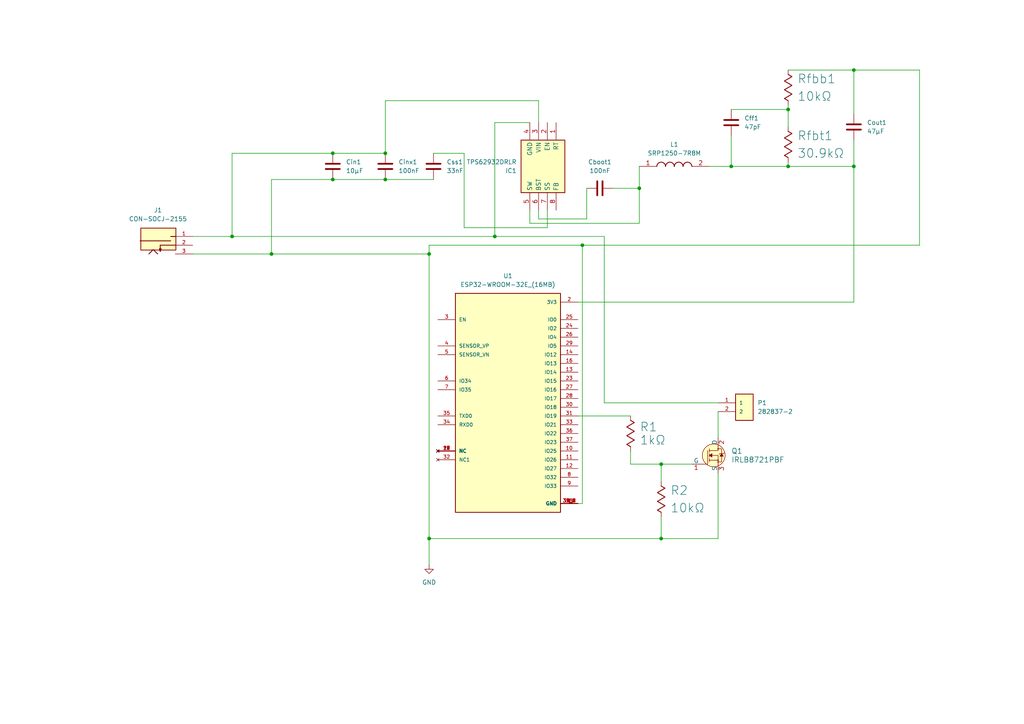
<source format=kicad_sch>
(kicad_sch (version 20230121) (generator eeschema)
  (paper "A4")
  (lib_symbols
    (symbol "282837-2:282837-2" (pin_names (offset 1.016))
      (property "Reference" "P" (at -2.5406 2.5438 0))
      (property "Value" "282837-2" (at -2.5424 -6.3745 0))
      (symbol "282837-2_0_0"
        (rectangle (start -2.54 -5.08) (end 2.54 2.54) (stroke (width 0.254)) (fill (type background)))
        (pin passive line (at -7.62 0 0) (length 5.08) (name "1") (number "1"))
        (pin passive line (at -7.62 -2.54 0) (length 5.08) (name "2") (number "2"))
      )
    )
    (symbol "CON-SOCJ-2155:CON-SOCJ-2155" (pin_names (offset 1.016))
      (property "Reference" "J" (at -5.08 5.08 0))
      (property "Value" "CON-SOCJ-2155" (at -5.08 -4.318 0))
      (symbol "CON-SOCJ-2155_0_0"
        (rectangle (start -4.8683 -1.397) (end 5.2917 4.953) (stroke (width 0.254)) (fill (type background)))
        (polyline (pts (xy -2.54 -2.54) (xy -1.27 -1.27)) (stroke (width 0.254)))
        (polyline (pts (xy -1.27 -1.27) (xy 0 -2.54)) (stroke (width 0.254)))
        (polyline (pts (xy 0.762 0) (xy 0.762 -1.778)) (stroke (width 0.254)))
        (polyline (pts (xy 0.762 0) (xy 5.08 0)) (stroke (width 0.254)))
        (polyline (pts (xy 3.81 1.27) (xy -5.08 1.27)) (stroke (width 0.254)))
        (polyline (pts (xy 3.81 2.54) (xy 5.08 2.54)) (stroke (width 0.254)))
        (polyline (pts (xy 0.762 -1.778) (xy 0.508 -1.016) (xy 1.016 -1.016) (xy 0.762 -1.778)) (stroke (width 0.254)) (fill (type outline)))
        (pin passive line (at 10.16 2.54 180) (length 5.08) (name "~") (number "1"))
        (pin passive line (at 10.16 0 180) (length 5.08) (name "~") (number "2"))
        (pin passive line (at 10.16 -2.54 180) (length 5.08) (name "~") (number "3"))
      )
    )
    (symbol "Device:C" (pin_numbers hide) (pin_names (offset 0.254))
      (property "Reference" "C" (at 0.635 2.54 0))
      (property "Value" "C" (at 0.635 -2.54 0))
      (symbol "C_0_1"
        (polyline (pts (xy -2.032 -0.762) (xy 2.032 -0.762)) (stroke (width 0.508)))
        (polyline (pts (xy -2.032 0.762) (xy 2.032 0.762)) (stroke (width 0.508)))
      )
      (symbol "C_1_1"
        (pin passive line (at 0 3.81 270) (length 2.794) (name "~") (number "1"))
        (pin passive line (at 0 -3.81 90) (length 2.794) (name "~") (number "2"))
      )
    )
    (symbol "ESP32-WROOM-32E__16MB_:ESP32-WROOM-32E_(16MB)" (pin_names (offset 1.016))
      (property "Reference" "U" (at -15.24 33.909 0))
      (property "Value" "ESP32-WROOM-32E_(16MB)" (at -15.24 -33.02 0))
      (symbol "ESP32-WROOM-32E_(16MB)_0_0"
        (rectangle (start -15.24 -30.48) (end 15.24 33.02) (stroke (width 0.254)) (fill (type background)))
        (pin power_in line (at 20.32 -27.94 180) (length 5.08) (name "GND") (number "1"))
        (pin bidirectional line (at 20.32 -12.7 180) (length 5.08) (name "IO25") (number "10"))
        (pin bidirectional line (at 20.32 -15.24 180) (length 5.08) (name "IO26") (number "11"))
        (pin bidirectional line (at 20.32 -17.78 180) (length 5.08) (name "IO27") (number "12"))
        (pin bidirectional line (at 20.32 10.16 180) (length 5.08) (name "IO14") (number "13"))
        (pin bidirectional line (at 20.32 15.24 180) (length 5.08) (name "IO12") (number "14"))
        (pin power_in line (at 20.32 -27.94 180) (length 5.08) (name "GND") (number "15"))
        (pin bidirectional line (at 20.32 12.7 180) (length 5.08) (name "IO13") (number "16"))
        (pin no_connect line (at -20.32 -12.7 0) (length 5.08) (name "NC") (number "17"))
        (pin no_connect line (at -20.32 -12.7 0) (length 5.08) (name "NC") (number "18"))
        (pin no_connect line (at -20.32 -12.7 0) (length 5.08) (name "NC") (number "19"))
        (pin power_in line (at 20.32 30.48 180) (length 5.08) (name "3V3") (number "2"))
        (pin no_connect line (at -20.32 -12.7 0) (length 5.08) (name "NC") (number "20"))
        (pin no_connect line (at -20.32 -12.7 0) (length 5.08) (name "NC") (number "21"))
        (pin no_connect line (at -20.32 -12.7 0) (length 5.08) (name "NC") (number "22"))
        (pin bidirectional line (at 20.32 7.62 180) (length 5.08) (name "IO15") (number "23"))
        (pin bidirectional line (at 20.32 22.86 180) (length 5.08) (name "IO2") (number "24"))
        (pin bidirectional line (at 20.32 25.4 180) (length 5.08) (name "IO0") (number "25"))
        (pin bidirectional line (at 20.32 20.32 180) (length 5.08) (name "IO4") (number "26"))
        (pin bidirectional line (at 20.32 5.08 180) (length 5.08) (name "IO16") (number "27"))
        (pin bidirectional line (at 20.32 2.54 180) (length 5.08) (name "IO17") (number "28"))
        (pin bidirectional line (at 20.32 17.78 180) (length 5.08) (name "IO5") (number "29"))
        (pin input line (at -20.32 25.4 0) (length 5.08) (name "EN") (number "3"))
        (pin bidirectional line (at 20.32 0 180) (length 5.08) (name "IO18") (number "30"))
        (pin bidirectional line (at 20.32 -2.54 180) (length 5.08) (name "IO19") (number "31"))
        (pin no_connect line (at -20.32 -15.24 0) (length 5.08) (name "NC1") (number "32"))
        (pin bidirectional line (at 20.32 -5.08 180) (length 5.08) (name "IO21") (number "33"))
        (pin bidirectional line (at -20.32 -5.08 0) (length 5.08) (name "RXD0") (number "34"))
        (pin bidirectional line (at -20.32 -2.54 0) (length 5.08) (name "TXD0") (number "35"))
        (pin bidirectional line (at 20.32 -7.62 180) (length 5.08) (name "IO22") (number "36"))
        (pin bidirectional line (at 20.32 -10.16 180) (length 5.08) (name "IO23") (number "37"))
        (pin power_in line (at 20.32 -27.94 180) (length 5.08) (name "GND") (number "38"))
        (pin power_in line (at 20.32 -27.94 180) (length 5.08) (name "GND") (number "39_1"))
        (pin power_in line (at 20.32 -27.94 180) (length 5.08) (name "GND") (number "39_2"))
        (pin power_in line (at 20.32 -27.94 180) (length 5.08) (name "GND") (number "39_3"))
        (pin power_in line (at 20.32 -27.94 180) (length 5.08) (name "GND") (number "39_4"))
        (pin power_in line (at 20.32 -27.94 180) (length 5.08) (name "GND") (number "39_5"))
        (pin power_in line (at 20.32 -27.94 180) (length 5.08) (name "GND") (number "39_6"))
        (pin power_in line (at 20.32 -27.94 180) (length 5.08) (name "GND") (number "39_7"))
        (pin power_in line (at 20.32 -27.94 180) (length 5.08) (name "GND") (number "39_8"))
        (pin power_in line (at 20.32 -27.94 180) (length 5.08) (name "GND") (number "39_9"))
        (pin input line (at -20.32 17.78 0) (length 5.08) (name "SENSOR_VP") (number "4"))
        (pin input line (at -20.32 15.24 0) (length 5.08) (name "SENSOR_VN") (number "5"))
        (pin input line (at -20.32 7.62 0) (length 5.08) (name "IO34") (number "6"))
        (pin input line (at -20.32 5.08 0) (length 5.08) (name "IO35") (number "7"))
        (pin bidirectional line (at 20.32 -20.32 180) (length 5.08) (name "IO32") (number "8"))
        (pin bidirectional line (at 20.32 -22.86 180) (length 5.08) (name "IO33") (number "9"))
      )
    )
    (symbol "PCM_Generic:R,IEEE" (pin_numbers hide) (pin_names (offset 0) hide)
      (property "Reference" "R" (at 2.54 2.54 0))
      (property "Value" "R,IEEE" (at 2.54 -2.54 0))
      (symbol "R,IEEE_1_1"
        (polyline (pts (xy 0 3.81) (xy 1.0922 3.175) (xy -1.0922 1.905) (xy 1.0922 0.635) (xy -1.0922 -0.635) (xy 1.0922 -1.905) (xy -1.0922 -3.175) (xy 0 -3.81)) (stroke (width 0.254)))
        (pin passive line (at 0 5.08 270) (length 1.27) (name "+") (number "1"))
        (pin passive line (at 0 -5.08 90) (length 1.27) (name "-") (number "2"))
      )
    )
    (symbol "SRP1250-7R8M:SRP1250-7R8M" (pin_names hide)
      (property "Reference" "L" (at 16.51 6.35 0))
      (property "Value" "SRP1250-7R8M" (at 16.51 3.81 0))
      (symbol "SRP1250-7R8M_1_1"
        (arc (start 7.62 0) (mid 6.35 1.219) (end 5.08 0) (stroke (width 0.254)))
        (arc (start 10.16 0) (mid 8.89 1.219) (end 7.62 0) (stroke (width 0.254)))
        (arc (start 12.7 0) (mid 11.43 1.219) (end 10.16 0) (stroke (width 0.254)))
        (arc (start 15.24 0) (mid 13.97 1.219) (end 12.7 0) (stroke (width 0.254)))
        (pin passive line (at 0 0 0) (length 5.08) (name "1") (number "1"))
        (pin passive line (at 20.32 0 180) (length 5.08) (name "2") (number "2"))
      )
    )
    (symbol "TPS62932DRLR:TPS62932DRLR"
      (property "Reference" "IC" (at 21.59 7.62 0))
      (property "Value" "TPS62932DRLR" (at 21.59 5.08 0))
      (symbol "TPS62932DRLR_1_1"
        (rectangle (start 5.08 2.54) (end 20.32 -10.16) (stroke (width 0.254)) (fill (type background)))
        (pin passive line (at 0 0 0) (length 5.08) (name "RT") (number "1"))
        (pin passive line (at 0 -2.54 0) (length 5.08) (name "EN") (number "2"))
        (pin passive line (at 0 -5.08 0) (length 5.08) (name "VIN") (number "3"))
        (pin passive line (at 0 -7.62 0) (length 5.08) (name "GND") (number "4"))
        (pin passive line (at 25.4 -7.62 180) (length 5.08) (name "SW") (number "5"))
        (pin passive line (at 25.4 -5.08 180) (length 5.08) (name "BST") (number "6"))
        (pin passive line (at 25.4 -2.54 180) (length 5.08) (name "SS") (number "7"))
        (pin passive line (at 25.4 0 180) (length 5.08) (name "FB") (number "8"))
      )
    )
    (symbol "dk_Transistors-FETs-MOSFETs-Single:IRLB8721PBF" (pin_names (offset 0))
      (property "Reference" "Q" (at -2.6924 3.6322 0))
      (property "Value" "IRLB8721PBF" (at 3.4544 0 90))
      (symbol "IRLB8721PBF_0_1"
        (circle (center -1.27 0) (radius 3.302) (fill (type background)))
        (circle (center 0 -1.905) (radius 0.127))
        (circle (center 0 -1.397) (radius 0.127))
        (polyline (pts (xy 0 -1.397) (xy -2.54 -1.397)))
        (polyline (pts (xy 0.508 0.508) (xy 0.3048 0.3048)))
        (polyline (pts (xy 1.524 0.508) (xy 1.7272 0.7112)))
        (polyline (pts (xy -5.08 -2.54) (xy -3.048 -2.54) (xy -3.048 1.397)))
        (polyline (pts (xy 0 -2.54) (xy 0 0) (xy -2.54 0)))
        (polyline (pts (xy 0 2.54) (xy 0 1.397) (xy -2.54 1.397)))
        (polyline (pts (xy -0.127 -1.905) (xy 1.016 -1.905) (xy 1.016 1.397) (xy 1.016 1.905) (xy -0.127 1.905)))
        (circle (center 0 1.905) (radius 0.127))
      )
      (symbol "IRLB8721PBF_1_1"
        (polyline (pts (xy -2.54 -1.397) (xy -2.54 -1.905)))
        (polyline (pts (xy -2.54 -1.397) (xy -2.54 -0.889)))
        (polyline (pts (xy -2.54 0) (xy -2.54 -0.508)))
        (polyline (pts (xy -2.54 0) (xy -2.54 0.508)))
        (polyline (pts (xy -2.54 1.905) (xy -2.54 0.889)))
        (polyline (pts (xy 1.524 0.508) (xy 0.508 0.508)))
        (polyline (pts (xy -2.54 0) (xy -1.778 0.508) (xy -1.778 -0.508) (xy -2.54 0)) (fill (type outline)))
        (polyline (pts (xy 1.016 0.508) (xy 0.508 -0.254) (xy 1.524 -0.254) (xy 1.016 0.508)) (fill (type outline)))
        (pin bidirectional line (at -7.62 -2.54 0) (length 2.54) (name "G") (number "1"))
        (pin bidirectional line (at 0 5.08 270) (length 2.54) (name "D") (number "2"))
        (pin bidirectional line (at 0 -5.08 90) (length 2.54) (name "S") (number "3"))
      )
    )
    (symbol "power:GND" (power) (pin_names (offset 0))
      (property "Value" "GND" (at 0 -3.81 0))
      (symbol "GND_0_1"
        (polyline (pts (xy 0 0) (xy 0 -1.27) (xy 1.27 -1.27) (xy 0 -2.54) (xy -1.27 -1.27) (xy 0 -1.27)))
      )
      (symbol "GND_1_1"
        (pin power_in line (at 0 0 270) (length 0) hide (name "GND") (number "1"))
      )
    )
  )
  (junction (at 247.65 48.26))
  (junction (at 96.52 52.07))
  (junction (at 168.91 71.12))
  (junction (at 111.76 44.45))
  (junction (at 228.6 31.75))
  (junction (at 124.46 156.21))
  (junction (at 111.76 52.07))
  (junction (at 96.52 44.45))
  (junction (at 185.42 54.61))
  (junction (at 191.77 134.62))
  (junction (at 212.09 48.26))
  (junction (at 124.46 73.66))
  (junction (at 67.31 68.58))
  (junction (at 228.6 48.26))
  (junction (at 143.51 68.58))
  (junction (at 78.74 73.66))
  (junction (at 247.65 20.32))
  (junction (at 191.77 156.21))
  (wire (pts (xy 168.91 71.12) (xy 168.91 146.05)))
  (wire (pts (xy 247.65 87.63) (xy 167.64 87.63)))
  (wire (pts (xy 212.09 48.26) (xy 228.6 48.26)))
  (wire (pts (xy 170.18 54.61) (xy 170.18 63.5)))
  (wire (pts (xy 205.74 48.26) (xy 212.09 48.26)))
  (wire (pts (xy 247.65 48.26) (xy 247.65 87.63)))
  (wire (pts (xy 247.65 40.64) (xy 247.65 48.26)))
  (wire (pts (xy 96.52 52.07) (xy 111.76 52.07)))
  (wire (pts (xy 167.64 120.65) (xy 182.88 120.65)))
  (wire (pts (xy 266.7 20.32) (xy 266.7 71.12)))
  (wire (pts (xy 124.46 73.66) (xy 124.46 156.21)))
  (wire (pts (xy 228.6 46.99) (xy 228.6 48.26)))
  (wire (pts (xy 78.74 52.07) (xy 96.52 52.07)))
  (wire (pts (xy 208.28 137.16) (xy 208.28 156.21)))
  (wire (pts (xy 228.6 20.32) (xy 247.65 20.32)))
  (wire (pts (xy 125.73 44.45) (xy 134.62 44.45)))
  (wire (pts (xy 191.77 134.62) (xy 191.77 139.7)))
  (wire (pts (xy 208.28 119.38) (xy 208.28 127)))
  (wire (pts (xy 134.62 66.04) (xy 158.75 66.04)))
  (wire (pts (xy 247.65 20.32) (xy 266.7 20.32)))
  (wire (pts (xy 78.74 73.66) (xy 78.74 52.07)))
  (wire (pts (xy 143.51 68.58) (xy 175.26 68.58)))
  (wire (pts (xy 175.26 116.84) (xy 208.28 116.84)))
  (wire (pts (xy 185.42 64.77) (xy 185.42 54.61)))
  (wire (pts (xy 153.67 35.56) (xy 143.51 35.56)))
  (wire (pts (xy 228.6 31.75) (xy 228.6 30.48)))
  (wire (pts (xy 168.91 71.12) (xy 266.7 71.12)))
  (wire (pts (xy 124.46 156.21) (xy 124.46 163.83)))
  (wire (pts (xy 156.21 63.5) (xy 170.18 63.5)))
  (wire (pts (xy 212.09 48.26) (xy 212.09 39.37)))
  (wire (pts (xy 153.67 64.77) (xy 185.42 64.77)))
  (wire (pts (xy 111.76 29.21) (xy 156.21 29.21)))
  (wire (pts (xy 177.8 54.61) (xy 185.42 54.61)))
  (wire (pts (xy 111.76 52.07) (xy 125.73 52.07)))
  (wire (pts (xy 247.65 48.26) (xy 228.6 48.26)))
  (wire (pts (xy 247.65 20.32) (xy 247.65 33.02)))
  (wire (pts (xy 182.88 134.62) (xy 191.77 134.62)))
  (wire (pts (xy 191.77 149.86) (xy 191.77 156.21)))
  (wire (pts (xy 228.6 31.75) (xy 228.6 36.83)))
  (wire (pts (xy 78.74 73.66) (xy 124.46 73.66)))
  (wire (pts (xy 124.46 71.12) (xy 168.91 71.12)))
  (wire (pts (xy 182.88 130.81) (xy 182.88 134.62)))
  (wire (pts (xy 124.46 71.12) (xy 124.46 73.66)))
  (wire (pts (xy 191.77 156.21) (xy 124.46 156.21)))
  (wire (pts (xy 143.51 35.56) (xy 143.51 68.58)))
  (wire (pts (xy 96.52 44.45) (xy 111.76 44.45)))
  (wire (pts (xy 67.31 68.58) (xy 143.51 68.58)))
  (wire (pts (xy 191.77 134.62) (xy 200.66 134.62)))
  (wire (pts (xy 185.42 54.61) (xy 185.42 48.26)))
  (wire (pts (xy 208.28 156.21) (xy 191.77 156.21)))
  (wire (pts (xy 111.76 44.45) (xy 111.76 29.21)))
  (wire (pts (xy 55.88 68.58) (xy 67.31 68.58)))
  (wire (pts (xy 134.62 44.45) (xy 134.62 66.04)))
  (wire (pts (xy 156.21 29.21) (xy 156.21 35.56)))
  (wire (pts (xy 167.64 146.05) (xy 168.91 146.05)))
  (wire (pts (xy 55.88 73.66) (xy 78.74 73.66)))
  (wire (pts (xy 212.09 31.75) (xy 228.6 31.75)))
  (wire (pts (xy 67.31 68.58) (xy 67.31 44.45)))
  (wire (pts (xy 156.21 60.96) (xy 156.21 63.5)))
  (wire (pts (xy 158.75 66.04) (xy 158.75 60.96)))
  (wire (pts (xy 67.31 44.45) (xy 96.52 44.45)))
  (wire (pts (xy 153.67 60.96) (xy 153.67 64.77)))
  (wire (pts (xy 175.26 116.84) (xy 175.26 68.58)))
  (symbol (lib_id "PCM_Generic:R,IEEE") (at 191.77 144.78 0) (unit 1)
    (property "Reference" "R2" (at 194.31 142.2399 0) (effects (font (size 2.54 2.54)) (justify left)))
    (property "Value" "10kΩ" (at 194.31 147.3199 0) (effects (font (size 2.54 2.54)) (justify left)))
    (property "Footprint" "Resistor_THT:R_Axial_DIN0204_L3.6mm_D1.6mm_P7.62mm_Horizontal" (effects hide))
    (property "Indicator" "+" (effects hide))
  )
  (symbol (lib_id "dk_Transistors-FETs-MOSFETs-Single:IRLB8721PBF") (at 208.28 132.08 0) (unit 1)
    (property "Reference" "Q1" (at 212.09 130.81 0) (effects (font (size 1.524 1.524)) (justify left)))
    (property "Value" "IRLB8721PBF" (at 212.09 133.35 0) (effects (font (size 1.524 1.524)) (justify left)))
    (property "Footprint" "digikey-footprints:TO-220-3" (effects hide))
    (property "Datasheet" "https://www.infineon.com/dgdl/irlb8721pbf.pdf?fileId=5546d462533600a40153566056732591" (effects hide))
    (property "Digi-Key_PN" "IRLB8721PBF-ND" (effects hide))
    (property "MPN" "IRLB8721PBF" (effects hide))
    (property "Category" "Discrete Semiconductor Products" (effects hide))
    (property "Family" "Transistors - FETs, MOSFETs - Single" (effects hide))
    (property "DK_Datasheet_Link" "https://www.infineon.com/dgdl/irlb8721pbf.pdf?fileId=5546d462533600a40153566056732591" (effects hide))
    (property "DK_Detail_Page" "/product-detail/en/infineon-technologies/IRLB8721PBF/IRLB8721PBF-ND/2127670" (effects hide))
    (property "Description" "MOSFET N-CH 30V 62A TO-220AB" (effects hide))
    (property "Manufacturer" "Infineon Technologies" (effects hide))
    (property "Status" "Active" (effects hide))
  )
  (symbol (lib_id "TPS62932DRLR:TPS62932DRLR") (at 161.29 35.56 270) (unit 1)
    (property "Reference" "IC1" (at 149.86 49.53 90) (effects (justify right)))
    (property "Value" "TPS62932DRLR" (at 149.86 46.99 90) (effects (justify right)))
    (property "Footprint" "TPS62932DRLR" (effects hide))
    (property "Datasheet" "https://www.ti.com/lit/gpn/tps62932" (effects hide))
    (property "Height" "0.6" (effects hide))
    (property "Mouser Part Number" "595-TPS62932DRLR" (effects hide))
    (property "Mouser Price/Stock" "https://www.mouser.co.uk/ProductDetail/Texas-Instruments/TPS62932DRLR?qs=MyNHzdoqoQL6EE0yynPHsw%3D%3D" (effects hide))
    (property "Manufacturer_Name" "Texas Instruments" (effects hide))
    (property "Manufacturer_Part_Number" "TPS62932DRLR" (effects hide))
  )
  (symbol (lib_id "282837-2:282837-2") (at 215.9 116.84 0) (unit 1)
    (property "Reference" "P1" (at 219.71 116.84 0) (effects (justify left)))
    (property "Value" "282837-2" (at 219.71 119.38 0) (effects (justify left)))
    (property "Footprint" "TE_282837-2" (effects hide))
    (property "Comment" "282837-2" (effects hide))
  )
  (symbol (lib_id "Device:C") (at 96.52 48.26 0) (unit 1)
    (property "Reference" "Cin1" (at 100.33 46.99 0) (effects (justify left)))
    (property "Value" "10µF" (at 100.33 49.53 0) (effects (justify left)))
    (property "Footprint" "Capacitor_SMD:CAPC3216X180N" (effects hide))
  )
  (symbol (lib_id "CON-SOCJ-2155:CON-SOCJ-2155") (at 45.72 71.12 0) (unit 1)
    (property "Reference" "J1" (at 45.8258 60.96 0))
    (property "Value" "CON-SOCJ-2155" (at 45.8258 63.5 0))
    (property "Footprint" "GRAVITECH_CON-SOCJ-2155" (effects hide))
    (property "PARTREV" "NA" (effects hide))
    (property "STANDARD" "Manufacturer Recommendations" (effects hide))
    (property "MAXIMUM_PACKAGE_HEIGHT" "11.1 mm" (effects hide))
    (property "MANUFACTURER" "Gravitech" (effects hide))
  )
  (symbol (lib_id "Device:C") (at 212.09 35.56 0) (unit 1)
    (property "Reference" "Cff1" (at 215.9 34.29 0) (effects (justify left)))
    (property "Value" "47pF" (at 215.9 36.83 0) (effects (justify left)))
    (property "Footprint" "Capacitor_SMD:CAPC0603X33N" (effects hide))
  )
  (symbol (lib_id "Device:C") (at 173.99 54.61 90) (unit 1)
    (property "Reference" "Cboot1" (at 173.99 46.99 90))
    (property "Value" "100nF" (at 173.99 49.53 90))
    (property "Footprint" "Capacitor_SMD:CAPC1005X55N" (effects hide))
  )
  (symbol (lib_id "PCM_Generic:R,IEEE") (at 182.88 125.73 0) (unit 1)
    (property "Reference" "R1" (at 185.42 123.825 0) (effects (font (size 2.54 2.54)) (justify left)))
    (property "Value" "1kΩ" (at 185.42 127.635 0) (effects (font (size 2.54 2.54)) (justify left)))
    (property "Footprint" "Resistor_THT:R_Axial_DIN0204_L3.6mm_D1.6mm_P7.62mm_Horizontal" (effects hide))
    (property "Indicator" "+" (effects hide))
  )
  (symbol (lib_id "Device:C") (at 111.76 48.26 0) (unit 1)
    (property "Reference" "Cinx1" (at 115.57 46.99 0) (effects (justify left)))
    (property "Value" "100nF" (at 115.57 49.53 0) (effects (justify left)))
    (property "Footprint" "Capacitor_SMD:CAPC1608X90N" (effects hide))
  )
  (symbol (lib_id "power:GND") (at 124.46 163.83 0) (unit 1)
    (property "Reference" "#PWR02" (effects hide))
    (property "Value" "GND" (at 124.46 168.91 0))
  )
  (symbol (lib_id "PCM_Generic:R,IEEE") (at 228.6 25.4 0) (unit 1)
    (property "Reference" "Rfbb1" (at 231.14 22.8599 0) (effects (font (size 2.54 2.54)) (justify left)))
    (property "Value" "10kΩ" (at 231.14 27.9399 0) (effects (font (size 2.54 2.54)) (justify left)))
    (property "Footprint" "Resistor_SMD:RESC1005X40N" (effects hide))
    (property "Indicator" "+" (effects hide))
  )
  (symbol (lib_id "SRP1250-7R8M:SRP1250-7R8M") (at 185.42 48.26 0) (unit 1)
    (property "Reference" "L1" (at 195.58 41.91 0))
    (property "Value" "SRP1250-7R8M" (at 195.58 44.45 0))
    (property "Footprint" "SRP12507R8M" (effects hide))
    (property "Datasheet" "https://www.bourns.com/docs/Product-Datasheets/SRP1250.pdf" (effects hide))
    (property "Height" "5.2" (effects hide))
    (property "Mouser Part Number" "652-SRP1250-7R8M" (effects hide))
    (property "Mouser Price/Stock" "https://www.mouser.co.uk/ProductDetail/Bourns/SRP1250-7R8M?qs=P41GyhEsKL6%2Fx3ckwmCxKA%3D%3D" (effects hide))
    (property "Manufacturer_Name" "Bourns" (effects hide))
    (property "Manufacturer_Part_Number" "SRP1250-7R8M" (effects hide))
  )
  (symbol (lib_id "Device:C") (at 247.65 36.83 0) (unit 1)
    (property "Reference" "Cout1" (at 251.46 35.56 0) (effects (justify left)))
    (property "Value" "47µF" (at 251.46 38.1 0) (effects (justify left)))
    (property "Footprint" "Capacitor_SMD:CAPC3225X270N" (effects hide))
  )
  (symbol (lib_id "ESP32-WROOM-32E__16MB_:ESP32-WROOM-32E_(16MB)") (at 147.32 118.11 0) (unit 1)
    (property "Reference" "U1" (at 147.32 80.01 0))
    (property "Value" "ESP32-WROOM-32E_(16MB)" (at 147.32 82.55 0))
    (property "Footprint" "XCVR_ESP32-WROOM-32E_(16MB)" (effects hide))
    (property "PARTREV" "1.4" (effects hide))
    (property "MANUFACTURER" "Espressif Systems" (effects hide))
    (property "MAXIMUM_PACKAGE_HEIGHT" "3.25mm" (effects hide))
    (property "STANDARD" "Manufacturer Recommendations" (effects hide))
  )
  (symbol (lib_id "PCM_Generic:R,IEEE") (at 228.6 41.91 0) (unit 1)
    (property "Reference" "Rfbt1" (at 231.14 39.3699 0) (effects (font (size 2.54 2.54)) (justify left)))
    (property "Value" "30.9kΩ" (at 231.14 44.4499 0) (effects (font (size 2.54 2.54)) (justify left)))
    (property "Footprint" "Resistor_SMD:RESC1608X55N" (effects hide))
    (property "Indicator" "+" (effects hide))
  )
  (symbol (lib_id "Device:C") (at 125.73 48.26 0) (unit 1)
    (property "Reference" "Css1" (at 129.54 46.99 0) (effects (justify left)))
    (property "Value" "33nF" (at 129.54 49.53 0) (effects (justify left)))
    (property "Footprint" "Capacitor_SMD:CAPC1005X55N" (effects hide))
  )
)
</source>
